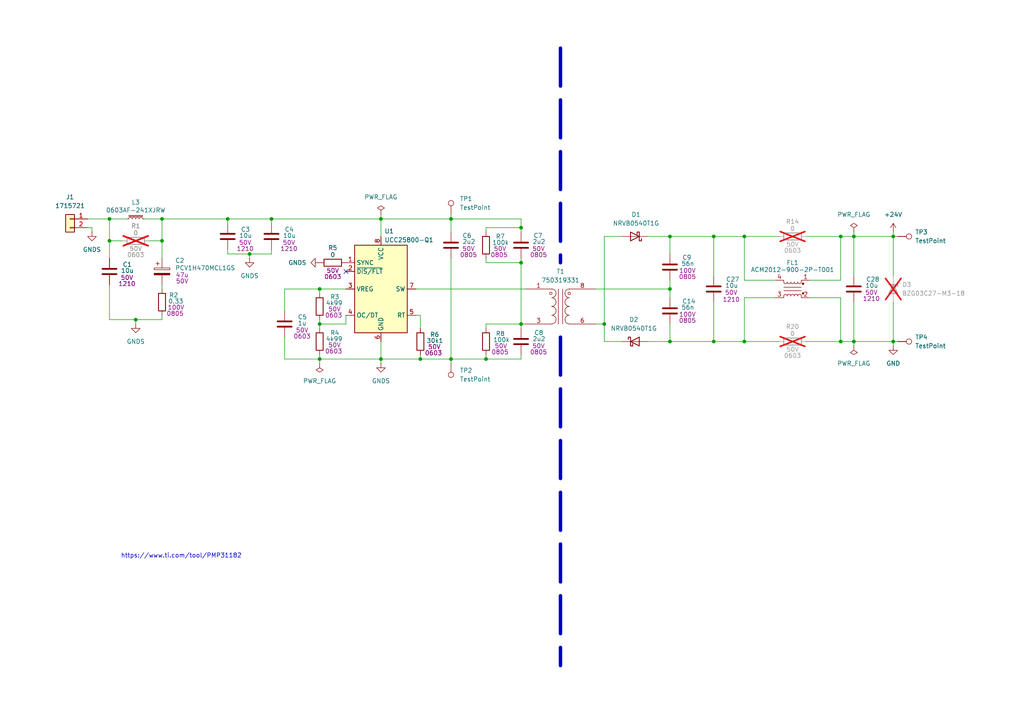
<source format=kicad_sch>
(kicad_sch (version 20231120) (generator "eeschema") (generator_version "8.0")
  (paper "A4")
  (lib_symbols
    (symbol "Connector:TestPoint" (pin_numbers hide) (pin_names (offset 0.762) hide)
      (property "Reference" "TP" (at 0 6.858 0))
      (property "Value" "TestPoint" (at 0 5.08 0))
      (symbol "TestPoint_0_1"
        (circle (center 0 3.302) (radius 0.762))
      )
      (symbol "TestPoint_1_1"
        (pin passive line (at 0 0 90) (length 2.54) (name "1") (number "1"))
      )
    )
    (symbol "Connector_Generic:Conn_01x02" (pin_names (offset 1.016) hide)
      (property "Reference" "J" (at 0 2.54 0))
      (property "Value" "Conn_01x02" (at 0 -5.08 0))
      (symbol "Conn_01x02_1_1"
        (rectangle (start -1.27 -2.413) (end 0 -2.667) (stroke (width 0.1524)))
        (rectangle (start -1.27 0.127) (end 0 -0.127) (stroke (width 0.1524)))
        (rectangle (start -1.27 1.27) (end 1.27 -3.81) (stroke (width 0.254)) (fill (type background)))
        (pin passive line (at -5.08 0 0) (length 3.81) (name "Pin_1") (number "1"))
        (pin passive line (at -5.08 -2.54 0) (length 3.81) (name "Pin_2") (number "2"))
      )
    )
    (symbol "Device:C" (pin_numbers hide) (pin_names (offset 0.254))
      (property "Reference" "C" (at 0.635 2.54 0))
      (property "Value" "C" (at 0.635 -2.54 0))
      (symbol "C_0_1"
        (polyline (pts (xy -2.032 -0.762) (xy 2.032 -0.762)) (stroke (width 0.508)))
        (polyline (pts (xy -2.032 0.762) (xy 2.032 0.762)) (stroke (width 0.508)))
      )
      (symbol "C_1_1"
        (pin passive line (at 0 3.81 270) (length 2.794) (name "~") (number "1"))
        (pin passive line (at 0 -3.81 90) (length 2.794) (name "~") (number "2"))
      )
    )
    (symbol "Device:C_Polarized" (pin_numbers hide) (pin_names (offset 0.254))
      (property "Reference" "C" (at 0.635 2.54 0))
      (property "Value" "C_Polarized" (at 0.635 -2.54 0))
      (symbol "C_Polarized_0_1"
        (rectangle (start -2.286 0.508) (end 2.286 1.016))
        (polyline (pts (xy -1.778 2.286) (xy -0.762 2.286)))
        (polyline (pts (xy -1.27 2.794) (xy -1.27 1.778)))
        (rectangle (start 2.286 -0.508) (end -2.286 -1.016) (fill (type outline)))
      )
      (symbol "C_Polarized_1_1"
        (pin passive line (at 0 3.81 270) (length 2.794) (name "~") (number "1"))
        (pin passive line (at 0 -3.81 90) (length 2.794) (name "~") (number "2"))
      )
    )
    (symbol "Device:D_Schottky" (pin_numbers hide) (pin_names (offset 1.016) hide)
      (property "Reference" "D" (at 0 2.54 0))
      (property "Value" "D_Schottky" (at 0 -2.54 0))
      (symbol "D_Schottky_0_1"
        (polyline (pts (xy 1.27 0) (xy -1.27 0)))
        (polyline (pts (xy 1.27 1.27) (xy 1.27 -1.27) (xy -1.27 0) (xy 1.27 1.27)) (stroke (width 0.254)))
        (polyline (pts (xy -1.905 0.635) (xy -1.905 1.27) (xy -1.27 1.27) (xy -1.27 -1.27) (xy -0.635 -1.27) (xy -0.635 -0.635)) (stroke (width 0.254)))
      )
      (symbol "D_Schottky_1_1"
        (pin passive line (at -3.81 0 0) (length 2.54) (name "K") (number "1"))
        (pin passive line (at 3.81 0 180) (length 2.54) (name "A") (number "2"))
      )
    )
    (symbol "Device:D_Zener" (pin_numbers hide) (pin_names (offset 1.016) hide)
      (property "Reference" "D" (at 0 2.54 0))
      (property "Value" "D_Zener" (at 0 -2.54 0))
      (symbol "D_Zener_0_1"
        (polyline (pts (xy 1.27 0) (xy -1.27 0)))
        (polyline (pts (xy -1.27 -1.27) (xy -1.27 1.27) (xy -0.762 1.27)) (stroke (width 0.254)))
        (polyline (pts (xy 1.27 -1.27) (xy 1.27 1.27) (xy -1.27 0) (xy 1.27 -1.27)) (stroke (width 0.254)))
      )
      (symbol "D_Zener_1_1"
        (pin passive line (at -3.81 0 0) (length 2.54) (name "K") (number "1"))
        (pin passive line (at 3.81 0 180) (length 2.54) (name "A") (number "2"))
      )
    )
    (symbol "Device:L_Iron_Small" (pin_numbers hide) (pin_names (offset 0.254) hide)
      (property "Reference" "L" (at 1.27 1.016 0))
      (property "Value" "L_Iron_Small" (at 1.27 -1.27 0))
      (symbol "L_Iron_Small_0_1"
        (arc (start 0 -2.032) (mid 0.5058 -1.524) (end 0 -1.016))
        (arc (start 0 -1.016) (mid 0.5058 -0.508) (end 0 0))
        (polyline (pts (xy 0.762 2.032) (xy 0.762 -2.032)))
        (polyline (pts (xy 1.016 -2.032) (xy 1.016 2.032)))
        (arc (start 0 0) (mid 0.5058 0.508) (end 0 1.016))
        (arc (start 0 1.016) (mid 0.5058 1.524) (end 0 2.032))
      )
      (symbol "L_Iron_Small_1_1"
        (pin passive line (at 0 2.54 270) (length 0.508) (name "~") (number "1"))
        (pin passive line (at 0 -2.54 90) (length 0.508) (name "~") (number "2"))
      )
    )
    (symbol "Device:R" (pin_numbers hide) (pin_names (offset 0))
      (property "Reference" "R" (at 2.032 0 90))
      (property "Value" "R" (at 0 0 90))
      (symbol "R_0_1"
        (rectangle (start -1.016 -2.54) (end 1.016 2.54) (stroke (width 0.254)))
      )
      (symbol "R_1_1"
        (pin passive line (at 0 3.81 270) (length 1.27) (name "~") (number "1"))
        (pin passive line (at 0 -3.81 90) (length 1.27) (name "~") (number "2"))
      )
    )
    (symbol "Filter:Choke_CommonMode_PulseElectronics_PH9455x105NL" (pin_names hide)
      (property "Reference" "FL" (at 0 5.08 0))
      (property "Value" "Choke_CommonMode_PulseElectronics_PH9455x105NL" (at 0 -5.08 0))
      (symbol "Choke_CommonMode_PulseElectronics_PH9455x105NL_1_1"
        (circle (center -3.048 -1.27) (radius 0.254) (fill (type outline)))
        (circle (center -3.048 1.524) (radius 0.254) (fill (type outline)))
        (arc (start -2.54 2.032) (mid -2.032 1.5262) (end -1.524 2.032))
        (arc (start -1.524 -2.032) (mid -2.032 -1.5262) (end -2.54 -2.032))
        (arc (start -1.524 2.032) (mid -1.016 1.5262) (end -0.508 2.032))
        (arc (start -0.508 -2.032) (mid -1.016 -1.5262) (end -1.524 -2.032))
        (arc (start -0.508 2.032) (mid 0 1.5262) (end 0.508 2.032))
        (polyline (pts (xy -2.54 -2.032) (xy -2.54 -2.54)))
        (polyline (pts (xy -2.54 0.508) (xy 2.54 0.508)))
        (polyline (pts (xy -2.54 2.032) (xy -2.54 2.54)))
        (polyline (pts (xy 2.54 -2.032) (xy 2.54 -2.54)))
        (polyline (pts (xy 2.54 -0.508) (xy -2.54 -0.508)))
        (polyline (pts (xy 2.54 2.54) (xy 2.54 2.032)))
        (arc (start 0.508 -2.032) (mid 0 -1.5262) (end -0.508 -2.032))
        (arc (start 0.508 2.032) (mid 1.016 1.5262) (end 1.524 2.032))
        (arc (start 1.524 -2.032) (mid 1.016 -1.5262) (end 0.508 -2.032))
        (arc (start 1.524 2.032) (mid 2.032 1.5262) (end 2.54 2.032))
        (arc (start 2.54 -2.032) (mid 2.032 -1.5262) (end 1.524 -2.032))
        (pin passive line (at -5.08 2.54 0) (length 2.54) (name "1") (number "1"))
        (pin passive line (at -5.08 -2.54 0) (length 2.54) (name "2") (number "2"))
        (pin passive line (at 5.08 -2.54 180) (length 2.54) (name "3") (number "3"))
        (pin passive line (at 5.08 2.54 180) (length 2.54) (name "4") (number "4"))
      )
    )
    (symbol "Regulator_Controller:UCC25800"
      (property "Reference" "U" (at 6.35 13.335 0))
      (property "Value" "UCC25800" (at 10.16 -15.24 0))
      (symbol "UCC25800_0_1"
        (rectangle (start -7.62 12.7) (end 7.62 -12.7) (stroke (width 0.254)) (fill (type background)))
      )
      (symbol "UCC25800_1_1"
        (pin input line (at -10.16 7.62 0) (length 2.54) (name "SYNC") (number "1"))
        (pin bidirectional line (at -10.16 5.08 0) (length 2.54) (name "~{DIS/FLT}") (number "2"))
        (pin output line (at -10.16 0 0) (length 2.54) (name "VREG") (number "3"))
        (pin input line (at -10.16 -7.62 0) (length 2.54) (name "OC/DT") (number "4"))
        (pin passive line (at 10.16 -7.62 180) (length 2.54) (name "RT") (number "5"))
        (pin power_in line (at 0 -15.24 90) (length 2.54) (name "GND") (number "6"))
        (pin output line (at 10.16 0 180) (length 2.54) (name "SW") (number "7"))
        (pin power_in line (at 0 15.24 270) (length 2.54) (name "VCC") (number "8"))
        (pin passive line (at 0 -15.24 90) (length 2.54) hide (name "GND") (number "9"))
      )
    )
    (symbol "UCC25800:750319331" (pin_names (offset 1.016) hide)
      (property "Reference" "T" (at 0 6.35 0))
      (property "Value" "750319331" (at 0 -7.62 0))
      (symbol "750319331_0_1"
        (circle (center -2.794 3.81) (radius 0.3592))
        (arc (start -2.54 -5.0546) (mid -1.6599 -4.6901) (end -1.27 -3.81))
        (arc (start -2.54 -2.5146) (mid -1.6599 -2.1501) (end -1.27 -1.27))
        (arc (start -2.54 0.0254) (mid -1.6599 0.3899) (end -1.27 1.27))
        (arc (start -2.54 2.5654) (mid -1.6599 2.9299) (end -1.27 3.81))
        (arc (start -1.27 -3.81) (mid -1.642 -2.912) (end -2.54 -2.54))
        (arc (start -1.27 -1.27) (mid -1.642 -0.372) (end -2.54 0))
        (arc (start -1.27 1.27) (mid -1.642 2.168) (end -2.54 2.54))
        (arc (start -1.27 3.81) (mid -1.642 4.708) (end -2.54 5.08))
        (polyline (pts (xy -0.635 5.08) (xy -0.635 -5.08)))
        (polyline (pts (xy 0.635 -5.08) (xy 0.635 5.08)))
        (arc (start 1.2954 -1.27) (mid 1.6599 -2.1501) (end 2.54 -2.5146))
        (arc (start 1.2954 1.27) (mid 1.6599 0.3899) (end 2.54 0.0254))
        (arc (start 1.2954 3.81) (mid 1.6599 2.9299) (end 2.54 2.5654))
        (arc (start 1.3208 -3.81) (mid 1.6853 -4.6901) (end 2.5654 -5.0546))
        (arc (start 2.54 0) (mid 1.642 -0.372) (end 1.2954 -1.27))
        (arc (start 2.54 2.54) (mid 1.642 2.168) (end 1.2954 1.27))
        (circle (center 2.54 3.81) (radius 0.3592))
        (arc (start 2.54 5.08) (mid 1.642 4.708) (end 1.2954 3.81))
        (arc (start 2.5654 -2.54) (mid 1.6674 -2.912) (end 1.3208 -3.81))
      )
      (symbol "750319331_1_1"
        (pin passive line (at -10.16 5.08 0) (length 7.62) (name "AA") (number "1"))
        (pin no_connect non_logic (at -7.62 1.27 0) (length 2.54) hide (name "") (number "2"))
        (pin passive line (at -10.16 -5.08 0) (length 7.62) (name "AB") (number "3"))
        (pin no_connect non_logic (at -7.62 -2.54 0) (length 2.54) hide (name "") (number "4"))
        (pin no_connect non_logic (at 6.35 1.27 180) (length 2.54) hide (name "") (number "5"))
        (pin passive line (at 10.16 -5.08 180) (length 7.62) (name "SA") (number "6"))
        (pin no_connect non_logic (at 6.35 -2.54 180) (length 2.54) hide (name "") (number "7"))
        (pin passive line (at 10.16 5.08 180) (length 7.62) (name "SB") (number "8"))
      )
    )
    (symbol "power:+24V" (power) (pin_numbers hide) (pin_names (offset 0) hide)
      (property "Value" "+24V" (at 0 3.556 0))
      (symbol "+24V_0_1"
        (polyline (pts (xy -0.762 1.27) (xy 0 2.54)))
        (polyline (pts (xy 0 0) (xy 0 2.54)))
        (polyline (pts (xy 0 2.54) (xy 0.762 1.27)))
      )
      (symbol "+24V_1_1"
        (pin power_in line (at 0 0 90) (length 0) (name "~") (number "1"))
      )
    )
    (symbol "power:GND" (power) (pin_numbers hide) (pin_names (offset 0) hide)
      (property "Value" "GND" (at 0 -3.81 0))
      (symbol "GND_0_1"
        (polyline (pts (xy 0 0) (xy 0 -1.27) (xy 1.27 -1.27) (xy 0 -2.54) (xy -1.27 -1.27) (xy 0 -1.27)))
      )
      (symbol "GND_1_1"
        (pin power_in line (at 0 0 270) (length 0) (name "~") (number "1"))
      )
    )
    (symbol "power:GNDS" (power) (pin_numbers hide) (pin_names (offset 0) hide)
      (property "Value" "GNDS" (at 0 -3.81 0))
      (symbol "GNDS_0_1"
        (polyline (pts (xy 0 0) (xy 0 -1.27) (xy 1.27 -1.27) (xy 0 -2.54) (xy -1.27 -1.27) (xy 0 -1.27)))
      )
      (symbol "GNDS_1_1"
        (pin power_in line (at 0 0 270) (length 0) (name "~") (number "1"))
      )
    )
    (symbol "power:PWR_FLAG" (power) (pin_numbers hide) (pin_names (offset 0) hide)
      (property "Value" "PWR_FLAG" (at 0 3.81 0))
      (symbol "PWR_FLAG_0_0"
        (pin power_out line (at 0 0 90) (length 0) (name "~") (number "1"))
      )
      (symbol "PWR_FLAG_0_1"
        (polyline (pts (xy 0 0) (xy 0 1.27) (xy -1.016 1.905) (xy 0 2.54) (xy 1.016 1.905) (xy 0 1.27)))
      )
    )
  )
  (junction (at 39.37 92.71))
  (junction (at 110.49 63.5))
  (junction (at 175.26 93.98))
  (junction (at 130.81 63.5))
  (junction (at 31.75 69.85))
  (junction (at 207.01 68.58))
  (junction (at 259.08 99.06))
  (junction (at 151.13 66.04))
  (junction (at 72.39 73.66))
  (junction (at 78.74 63.5))
  (junction (at 92.71 83.82))
  (junction (at 66.04 63.5))
  (junction (at 259.08 68.58))
  (junction (at 247.65 68.58))
  (junction (at 121.92 104.14))
  (junction (at 215.9 99.06))
  (junction (at 215.9 68.58))
  (junction (at 46.99 63.5))
  (junction (at 110.49 104.14))
  (junction (at 130.81 104.14))
  (junction (at 194.31 99.06))
  (junction (at 151.13 93.98))
  (junction (at 151.13 76.2))
  (junction (at 140.97 104.14))
  (junction (at 46.99 69.85))
  (junction (at 92.71 93.98))
  (junction (at 92.71 104.14))
  (junction (at 207.01 99.06))
  (junction (at 194.31 83.82))
  (junction (at 31.75 63.5))
  (junction (at 194.31 68.58))
  (junction (at 243.84 99.06))
  (junction (at 243.84 68.58))
  (junction (at 247.65 99.06))
  (no_connect (at 100.33 78.74))
  (wire (pts (xy 46.99 63.5) (xy 66.04 63.5)))
  (wire (pts (xy 215.9 68.58) (xy 226.06 68.58)))
  (wire (pts (xy 215.9 99.06) (xy 207.01 99.06)))
  (wire (pts (xy 194.31 93.98) (xy 194.31 99.06)))
  (wire (pts (xy 26.67 66.04) (xy 25.4 66.04)))
  (wire (pts (xy 194.31 68.58) (xy 207.01 68.58)))
  (wire (pts (xy 151.13 104.14) (xy 151.13 102.87)))
  (wire (pts (xy 110.49 62.23) (xy 110.49 63.5)))
  (wire (pts (xy 247.65 68.58) (xy 247.65 80.01)))
  (wire (pts (xy 130.81 74.93) (xy 130.81 104.14)))
  (wire (pts (xy 233.68 99.06) (xy 243.84 99.06)))
  (wire (pts (xy 243.84 99.06) (xy 247.65 99.06)))
  (wire (pts (xy 243.84 86.36) (xy 243.84 99.06)))
  (wire (pts (xy 247.65 67.31) (xy 247.65 68.58)))
  (wire (pts (xy 110.49 99.06) (xy 110.49 104.14)))
  (wire (pts (xy 92.71 102.87) (xy 92.71 104.14)))
  (wire (pts (xy 31.75 69.85) (xy 31.75 63.5)))
  (wire (pts (xy 215.9 86.36) (xy 215.9 99.06)))
  (wire (pts (xy 140.97 67.31) (xy 140.97 66.04)))
  (wire (pts (xy 92.71 104.14) (xy 92.71 105.41)))
  (wire (pts (xy 151.13 76.2) (xy 151.13 93.98)))
  (wire (pts (xy 31.75 63.5) (xy 36.83 63.5)))
  (wire (pts (xy 194.31 86.36) (xy 194.31 83.82)))
  (wire (pts (xy 207.01 68.58) (xy 207.01 80.01)))
  (wire (pts (xy 39.37 92.71) (xy 39.37 93.98)))
  (wire (pts (xy 46.99 63.5) (xy 46.99 69.85)))
  (wire (pts (xy 151.13 93.98) (xy 151.13 95.25)))
  (wire (pts (xy 175.26 99.06) (xy 180.34 99.06)))
  (wire (pts (xy 194.31 68.58) (xy 187.96 68.58)))
  (polyline (pts (xy 162.56 97.79) (xy 162.56 193.04)) (stroke (width 1) (type dash)))
  (wire (pts (xy 215.9 81.28) (xy 215.9 68.58)))
  (wire (pts (xy 207.01 87.63) (xy 207.01 99.06)))
  (wire (pts (xy 100.33 91.44) (xy 100.33 93.98)))
  (wire (pts (xy 259.08 67.31) (xy 259.08 68.58)))
  (wire (pts (xy 66.04 73.66) (xy 72.39 73.66)))
  (wire (pts (xy 259.08 68.58) (xy 260.35 68.58)))
  (wire (pts (xy 78.74 64.77) (xy 78.74 63.5)))
  (wire (pts (xy 46.99 69.85) (xy 43.18 69.85)))
  (wire (pts (xy 130.81 62.23) (xy 130.81 63.5)))
  (wire (pts (xy 130.81 63.5) (xy 130.81 67.31)))
  (wire (pts (xy 140.97 74.93) (xy 140.97 76.2)))
  (wire (pts (xy 82.55 97.79) (xy 82.55 104.14)))
  (wire (pts (xy 175.26 68.58) (xy 180.34 68.58)))
  (wire (pts (xy 41.91 63.5) (xy 46.99 63.5)))
  (wire (pts (xy 247.65 99.06) (xy 247.65 100.33)))
  (wire (pts (xy 120.65 91.44) (xy 121.92 91.44)))
  (wire (pts (xy 120.65 83.82) (xy 152.4 83.82)))
  (wire (pts (xy 92.71 83.82) (xy 100.33 83.82)))
  (wire (pts (xy 92.71 93.98) (xy 100.33 93.98)))
  (wire (pts (xy 25.4 63.5) (xy 31.75 63.5)))
  (wire (pts (xy 46.99 82.55) (xy 46.99 83.82)))
  (wire (pts (xy 66.04 72.39) (xy 66.04 73.66)))
  (wire (pts (xy 234.95 86.36) (xy 243.84 86.36)))
  (wire (pts (xy 175.26 93.98) (xy 175.26 68.58)))
  (wire (pts (xy 31.75 82.55) (xy 31.75 92.71)))
  (wire (pts (xy 194.31 99.06) (xy 187.96 99.06)))
  (wire (pts (xy 110.49 104.14) (xy 110.49 105.41)))
  (wire (pts (xy 172.72 83.82) (xy 194.31 83.82)))
  (wire (pts (xy 140.97 76.2) (xy 151.13 76.2)))
  (wire (pts (xy 151.13 93.98) (xy 152.4 93.98)))
  (wire (pts (xy 140.97 102.87) (xy 140.97 104.14)))
  (wire (pts (xy 259.08 68.58) (xy 259.08 80.01)))
  (wire (pts (xy 151.13 66.04) (xy 151.13 63.5)))
  (wire (pts (xy 130.81 104.14) (xy 130.81 105.41)))
  (wire (pts (xy 82.55 104.14) (xy 92.71 104.14)))
  (wire (pts (xy 66.04 63.5) (xy 78.74 63.5)))
  (wire (pts (xy 247.65 87.63) (xy 247.65 99.06)))
  (wire (pts (xy 35.56 69.85) (xy 31.75 69.85)))
  (wire (pts (xy 92.71 85.09) (xy 92.71 83.82)))
  (wire (pts (xy 46.99 92.71) (xy 46.99 91.44)))
  (wire (pts (xy 140.97 104.14) (xy 151.13 104.14)))
  (wire (pts (xy 92.71 93.98) (xy 92.71 95.25)))
  (wire (pts (xy 151.13 67.31) (xy 151.13 66.04)))
  (wire (pts (xy 259.08 87.63) (xy 259.08 99.06)))
  (wire (pts (xy 247.65 68.58) (xy 259.08 68.58)))
  (wire (pts (xy 140.97 95.25) (xy 140.97 93.98)))
  (wire (pts (xy 92.71 83.82) (xy 82.55 83.82)))
  (wire (pts (xy 82.55 83.82) (xy 82.55 90.17)))
  (wire (pts (xy 151.13 74.93) (xy 151.13 76.2)))
  (wire (pts (xy 243.84 68.58) (xy 243.84 81.28)))
  (wire (pts (xy 72.39 73.66) (xy 78.74 73.66)))
  (wire (pts (xy 224.79 86.36) (xy 215.9 86.36)))
  (wire (pts (xy 215.9 68.58) (xy 207.01 68.58)))
  (wire (pts (xy 78.74 63.5) (xy 110.49 63.5)))
  (wire (pts (xy 78.74 73.66) (xy 78.74 72.39)))
  (wire (pts (xy 26.67 67.31) (xy 26.67 66.04)))
  (wire (pts (xy 259.08 99.06) (xy 260.35 99.06)))
  (wire (pts (xy 121.92 104.14) (xy 130.81 104.14)))
  (wire (pts (xy 233.68 68.58) (xy 243.84 68.58)))
  (wire (pts (xy 243.84 68.58) (xy 247.65 68.58)))
  (wire (pts (xy 130.81 63.5) (xy 151.13 63.5)))
  (wire (pts (xy 172.72 93.98) (xy 175.26 93.98)))
  (wire (pts (xy 140.97 66.04) (xy 151.13 66.04)))
  (wire (pts (xy 110.49 63.5) (xy 130.81 63.5)))
  (wire (pts (xy 121.92 91.44) (xy 121.92 95.25)))
  (wire (pts (xy 110.49 104.14) (xy 92.71 104.14)))
  (wire (pts (xy 194.31 68.58) (xy 194.31 73.66)))
  (wire (pts (xy 259.08 99.06) (xy 259.08 100.33)))
  (wire (pts (xy 194.31 81.28) (xy 194.31 83.82)))
  (wire (pts (xy 31.75 92.71) (xy 39.37 92.71)))
  (wire (pts (xy 234.95 81.28) (xy 243.84 81.28)))
  (wire (pts (xy 224.79 81.28) (xy 215.9 81.28)))
  (wire (pts (xy 247.65 99.06) (xy 259.08 99.06)))
  (wire (pts (xy 215.9 99.06) (xy 226.06 99.06)))
  (polyline (pts (xy 162.56 13.97) (xy 162.56 76.2)) (stroke (width 1) (type dash)))
  (wire (pts (xy 130.81 104.14) (xy 140.97 104.14)))
  (wire (pts (xy 121.92 104.14) (xy 110.49 104.14)))
  (wire (pts (xy 31.75 69.85) (xy 31.75 74.93)))
  (wire (pts (xy 110.49 68.58) (xy 110.49 63.5)))
  (wire (pts (xy 121.92 102.87) (xy 121.92 104.14)))
  (wire (pts (xy 39.37 92.71) (xy 46.99 92.71)))
  (wire (pts (xy 92.71 92.71) (xy 92.71 93.98)))
  (wire (pts (xy 72.39 73.66) (xy 72.39 74.93)))
  (wire (pts (xy 175.26 93.98) (xy 175.26 99.06)))
  (wire (pts (xy 66.04 63.5) (xy 66.04 64.77)))
  (wire (pts (xy 140.97 93.98) (xy 151.13 93.98)))
  (wire (pts (xy 207.01 99.06) (xy 194.31 99.06)))
  (wire (pts (xy 46.99 69.85) (xy 46.99 74.93)))
  (text "https://www.ti.com/tool/PMP31182" (at 52.578 161.29 0) (effects (font (size 1.27 1.27))))
  (symbol (lib_id "Device:C") (at 247.65 83.82 0) (unit 1)
    (property "Reference" "C28" (at 251.206 81.026 0) (effects (justify left)))
    (property "Value" "10u" (at 250.952 82.804 0) (effects (justify left)))
    (property "Footprint" "Capacitor_SMD:C_1210_3225Metric_Pad1.33x2.70mm_HandSolder" (effects (hide yes)))
    (property "Description" "Unpolarized capacitor" (effects (hide yes)))
    (property "Voltage" "50V" (at 252.73 84.836 0))
    (property "Package" "1210" (at 252.73 86.614 0))
  )
  (symbol (lib_id "power:PWR_FLAG") (at 247.65 67.31 0) (unit 1)
    (property "Reference" "#FLG05" (effects (hide yes)))
    (property "Value" "PWR_FLAG" (at 247.65 62.23 0))
    (property "Description" "Special symbol for telling ERC where power comes from" (effects (hide yes)))
  )
  (symbol (lib_id "Device:R") (at 96.52 76.2 90) (unit 1)
    (property "Reference" "R5" (at 96.52 71.882 90))
    (property "Value" "0" (at 96.52 73.914 90))
    (property "Footprint" "Resistor_SMD:R_0603_1608Metric_Pad0.98x0.95mm_HandSolder" (effects (hide yes)))
    (property "Description" "Resistor" (effects (hide yes)))
    (property "Voltage" "50V" (at 96.52 78.486 90))
    (property "Package" "0603" (at 96.52 80.264 90))
  )
  (symbol (lib_id "Connector:TestPoint") (at 260.35 99.06 270) (unit 1)
    (property "Reference" "TP4" (at 265.43 97.7899 90) (effects (justify left)))
    (property "Value" "TestPoint" (at 265.43 100.3299 90) (effects (justify left)))
    (property "Footprint" "TestPoint:TestPoint_Keystone_5005-5009_Compact" (effects (hide yes)))
    (property "Description" "test point" (effects (hide yes)))
  )
  (symbol (lib_id "Device:R") (at 92.71 99.06 0) (unit 1)
    (property "Reference" "R4" (at 95.758 96.52 0) (effects (justify left)))
    (property "Value" "4k99" (at 94.488 98.298 0) (effects (justify left)))
    (property "Footprint" "Resistor_SMD:R_0603_1608Metric_Pad0.98x0.95mm_HandSolder" (effects (hide yes)))
    (property "Description" "Resistor" (effects (hide yes)))
    (property "Voltage" "50V" (at 97.028 100.076 0))
    (property "Package" "0603" (at 96.774 101.854 0))
  )
  (symbol (lib_id "power:PWR_FLAG") (at 92.71 105.41 180) (unit 1)
    (property "Reference" "#FLG03" (effects (hide yes)))
    (property "Value" "PWR_FLAG" (at 92.71 110.49 0))
    (property "Description" "Special symbol for telling ERC where power comes from" (effects (hide yes)))
  )
  (symbol (lib_id "UCC25800:750319331") (at 162.56 88.9 0) (unit 1)
    (property "Reference" "T1" (at 162.5727 78.74 0))
    (property "Value" "750319331" (at 162.5727 81.28 0))
    (property "Footprint" "UCC25800:750319331" (effects (hide yes)))
    (property "Datasheet" "https://www.we-online.com/components/products/datasheet/750319331.pdf" (effects (hide yes)))
    (property "Description" "Transformer, single primary, single secondary" (effects (hide yes)))
  )
  (symbol (lib_id "power:GNDS") (at 92.71 76.2 270) (unit 1)
    (property "Reference" "#PWR04" (effects (hide yes)))
    (property "Value" "GNDS" (at 88.9 76.1999 90) (effects (justify right)))
    (property "Description" "Power symbol creates a global label with name \"GNDS\" , signal ground" (effects (hide yes)))
  )
  (symbol (lib_id "power:GNDS") (at 72.39 74.93 0) (unit 1)
    (property "Reference" "#PWR03" (effects (hide yes)))
    (property "Value" "GNDS" (at 72.39 80.01 0))
    (property "Description" "Power symbol creates a global label with name \"GNDS\" , signal ground" (effects (hide yes)))
  )
  (symbol (lib_id "Filter:Choke_CommonMode_PulseElectronics_PH9455x105NL") (at 229.87 83.82 0) (mirror y) (unit 1)
    (property "Reference" "FL1" (at 229.87 76.2 0))
    (property "Value" "ACM2012-900-2P-T001" (at 229.87 78.232 0))
    (property "Footprint" "UCC25800:ACM2012-900-2P-T001" (effects (hide yes)))
  )
  (symbol (lib_id "power:PWR_FLAG") (at 110.49 62.23 0) (unit 1)
    (property "Reference" "#FLG04" (effects (hide yes)))
    (property "Value" "PWR_FLAG" (at 110.49 57.15 0))
    (property "Description" "Special symbol for telling ERC where power comes from" (effects (hide yes)))
  )
  (symbol (lib_id "Device:C") (at 31.75 78.74 0) (unit 1)
    (property "Reference" "C1" (at 35.56 76.708 0) (effects (justify left)))
    (property "Value" "10u" (at 35.052 78.486 0) (effects (justify left)))
    (property "Footprint" "Capacitor_SMD:C_1210_3225Metric_Pad1.33x2.70mm_HandSolder" (effects (hide yes)))
    (property "Description" "Unpolarized capacitor" (effects (hide yes)))
    (property "Voltage" "50V" (at 36.83 80.518 0))
    (property "Package" "1210" (at 36.83 82.296 0))
  )
  (symbol (lib_id "Device:R") (at 92.71 88.9 0) (unit 1)
    (property "Reference" "R3" (at 95.758 86.106 0) (effects (justify left)))
    (property "Value" "4k99" (at 94.488 87.884 0) (effects (justify left)))
    (property "Footprint" "Resistor_SMD:R_0603_1608Metric_Pad0.98x0.95mm_HandSolder" (effects (hide yes)))
    (property "Description" "Resistor" (effects (hide yes)))
    (property "Voltage" "50V" (at 97.028 89.662 0))
    (property "Package" "0603" (at 96.774 91.44 0))
  )
  (symbol (lib_id "Device:R") (at 140.97 99.06 0) (unit 1)
    (property "Reference" "R8" (at 143.764 96.774 0) (effects (justify left)))
    (property "Value" "100k" (at 143.002 98.552 0) (effects (justify left)))
    (property "Footprint" "Resistor_SMD:R_0805_2012Metric_Pad1.20x1.40mm_HandSolder" (effects (hide yes)))
    (property "Description" "Resistor" (effects (hide yes)))
    (property "Voltage" "50V" (at 145.288 100.33 0))
    (property "Package" "0805" (at 145.034 102.108 0))
  )
  (symbol (lib_id "Device:C") (at 194.31 90.17 0) (unit 1)
    (property "Reference" "C14" (at 197.866 87.376 0) (effects (justify left)))
    (property "Value" "56n" (at 197.612 89.154 0) (effects (justify left)))
    (property "Footprint" "Capacitor_SMD:C_0805_2012Metric_Pad1.18x1.45mm_HandSolder" (effects (hide yes)))
    (property "Description" "Unpolarized capacitor" (effects (hide yes)))
    (property "Voltage" "100V" (at 199.39 91.186 0))
    (property "Package" "0805" (at 199.39 92.964 0))
  )
  (symbol (lib_id "Device:R") (at 121.92 99.06 0) (unit 1)
    (property "Reference" "R6" (at 124.714 97.028 0) (effects (justify left)))
    (property "Value" "30k1" (at 123.698 98.806 0) (effects (justify left)))
    (property "Footprint" "Resistor_SMD:R_0603_1608Metric_Pad0.98x0.95mm_HandSolder" (effects (hide yes)))
    (property "Description" "Resistor" (effects (hide yes)))
    (property "Voltage" "50V" (at 125.984 100.584 0))
    (property "Package" "0603" (at 125.73 102.362 0))
  )
  (symbol (lib_id "Device:R") (at 229.87 68.58 90) (unit 1) (dnp yes)
    (property "Reference" "R14" (at 229.87 64.262 90))
    (property "Value" "0" (at 229.87 66.294 90))
    (property "Footprint" "Resistor_SMD:R_0603_1608Metric_Pad0.98x0.95mm_HandSolder" (effects (hide yes)))
    (property "Description" "Resistor" (effects (hide yes)))
    (property "Voltage" "50V" (at 229.87 70.866 90))
    (property "Package" "0603" (at 229.87 72.644 90))
  )
  (symbol (lib_id "Device:C") (at 82.55 93.98 0) (unit 1)
    (property "Reference" "C5" (at 86.36 91.948 0) (effects (justify left)))
    (property "Value" "1u" (at 86.36 93.726 0) (effects (justify left)))
    (property "Footprint" "Capacitor_SMD:C_0603_1608Metric_Pad1.08x0.95mm_HandSolder" (effects (hide yes)))
    (property "Description" "Unpolarized capacitor" (effects (hide yes)))
    (property "Voltage" "50V" (at 87.63 95.758 0))
    (property "Package" "0603" (at 87.63 97.536 0))
  )
  (symbol (lib_id "Device:L_Iron_Small") (at 39.37 63.5 90) (unit 1)
    (property "Reference" "L3" (at 39.37 58.674 90))
    (property "Value" "0603AF-241XJRW" (at 39.37 60.96 90))
    (property "Footprint" "UCC25800:0603PS-SRF" (effects (hide yes)))
    (property "Description" "Inductor with iron core, small symbol" (effects (hide yes)))
  )
  (symbol (lib_id "Device:D_Schottky") (at 184.15 99.06 0) (unit 1)
    (property "Reference" "D2" (at 183.8325 92.71 0))
    (property "Value" "NRVB0540T1G" (at 183.8325 95.25 0))
    (property "Footprint" "Diode_SMD:D_SOD-123" (effects (hide yes)))
    (property "Description" "Schottky diode" (effects (hide yes)))
  )
  (symbol (lib_id "Connector:TestPoint") (at 260.35 68.58 270) (unit 1)
    (property "Reference" "TP3" (at 265.43 67.3099 90) (effects (justify left)))
    (property "Value" "TestPoint" (at 265.43 69.8499 90) (effects (justify left)))
    (property "Footprint" "TestPoint:TestPoint_Keystone_5005-5009_Compact" (effects (hide yes)))
    (property "Description" "test point" (effects (hide yes)))
  )
  (symbol (lib_id "Device:C") (at 130.81 71.12 0) (unit 1)
    (property "Reference" "C6" (at 134.112 68.326 0) (effects (justify left)))
    (property "Value" "2u2" (at 134.112 70.104 0) (effects (justify left)))
    (property "Footprint" "Capacitor_SMD:C_0805_2012Metric_Pad1.18x1.45mm_HandSolder" (effects (hide yes)))
    (property "Description" "Unpolarized capacitor" (effects (hide yes)))
    (property "Voltage" "50V" (at 135.89 72.136 0))
    (property "Package" "0805" (at 135.89 73.914 0))
  )
  (symbol (lib_id "Device:C") (at 194.31 77.47 0) (unit 1)
    (property "Reference" "C9" (at 197.866 74.676 0) (effects (justify left)))
    (property "Value" "56n" (at 197.612 76.454 0) (effects (justify left)))
    (property "Footprint" "Capacitor_SMD:C_0805_2012Metric_Pad1.18x1.45mm_HandSolder" (effects (hide yes)))
    (property "Description" "Unpolarized capacitor" (effects (hide yes)))
    (property "Voltage" "100V" (at 199.39 78.486 0))
    (property "Package" "0805" (at 199.39 80.264 0))
  )
  (symbol (lib_id "Device:C_Polarized") (at 46.99 78.74 0) (unit 1)
    (property "Reference" "C2" (at 50.8 75.5651 0) (effects (justify left)))
    (property "Value" "PCV1H470MCL1GS" (at 50.8 77.724 0) (effects (justify left)))
    (property "Footprint" "Capacitor_SMD:CP_Elec_10x10" (effects (hide yes)))
    (property "Description" "Polarized capacitor" (effects (hide yes)))
    (property "Voltage" "50V" (at 52.832 81.534 0))
    (property "Value1" "47u" (at 52.832 79.756 0))
  )
  (symbol (lib_id "power:GNDS") (at 110.49 105.41 0) (unit 1)
    (property "Reference" "#PWR05" (effects (hide yes)))
    (property "Value" "GNDS" (at 110.49 110.49 0))
    (property "Description" "Power symbol creates a global label with name \"GNDS\" , signal ground" (effects (hide yes)))
  )
  (symbol (lib_id "Connector:TestPoint") (at 130.81 105.41 180) (unit 1)
    (property "Reference" "TP2" (at 133.35 107.4419 0) (effects (justify right)))
    (property "Value" "TestPoint" (at 133.35 109.9819 0) (effects (justify right)))
    (property "Footprint" "TestPoint:TestPoint_Keystone_5005-5009_Compact" (effects (hide yes)))
    (property "Description" "test point" (effects (hide yes)))
  )
  (symbol (lib_id "Device:C") (at 207.01 83.82 0) (unit 1)
    (property "Reference" "C27" (at 210.566 81.026 0) (effects (justify left)))
    (property "Value" "10u" (at 210.312 82.804 0) (effects (justify left)))
    (property "Footprint" "Capacitor_SMD:C_1210_3225Metric_Pad1.33x2.70mm_HandSolder" (effects (hide yes)))
    (property "Description" "Unpolarized capacitor" (effects (hide yes)))
    (property "Voltage" "50V" (at 212.09 84.836 0))
    (property "Package" "1210" (at 212.09 86.868 0))
  )
  (symbol (lib_id "Device:D_Zener") (at 259.08 83.82 270) (unit 1) (dnp yes)
    (property "Reference" "D3" (at 261.62 82.5499 90) (effects (justify left)))
    (property "Value" "BZG03C27-M3-18" (at 261.62 85.0899 90) (effects (justify left)))
    (property "Footprint" "Diode_SMD:D_SMA" (effects (hide yes)))
    (property "Description" "Zener diode" (effects (hide yes)))
  )
  (symbol (lib_id "power:+24V") (at 259.08 67.31 0) (unit 1)
    (property "Reference" "#PWR06" (effects (hide yes)))
    (property "Value" "+24V" (at 259.08 62.23 0))
    (property "Description" "Power symbol creates a global label with name \"+24V\"" (effects (hide yes)))
  )
  (symbol (lib_id "Device:C") (at 66.04 68.58 0) (unit 1)
    (property "Reference" "C3" (at 69.85 66.548 0) (effects (justify left)))
    (property "Value" "10u" (at 69.342 68.326 0) (effects (justify left)))
    (property "Footprint" "Capacitor_SMD:C_1210_3225Metric_Pad1.33x2.70mm_HandSolder" (effects (hide yes)))
    (property "Description" "Unpolarized capacitor" (effects (hide yes)))
    (property "Voltage" "50V" (at 71.12 70.358 0))
    (property "Package" "1210" (at 71.12 72.136 0))
  )
  (symbol (lib_id "power:GNDS") (at 39.37 93.98 0) (unit 1)
    (property "Reference" "#PWR02" (effects (hide yes)))
    (property "Value" "GNDS" (at 39.37 99.06 0))
    (property "Description" "Power symbol creates a global label with name \"GNDS\" , signal ground" (effects (hide yes)))
  )
  (symbol (lib_id "power:GND") (at 259.08 100.33 0) (unit 1)
    (property "Reference" "#PWR014" (effects (hide yes)))
    (property "Value" "GND" (at 259.08 105.41 0))
    (property "Description" "Power symbol creates a global label with name \"GND\" , ground" (effects (hide yes)))
  )
  (symbol (lib_id "Device:R") (at 39.37 69.85 90) (unit 1) (dnp yes)
    (property "Reference" "R1" (at 39.37 65.532 90))
    (property "Value" "0" (at 39.37 67.564 90))
    (property "Footprint" "Resistor_SMD:R_0603_1608Metric_Pad0.98x0.95mm_HandSolder" (effects (hide yes)))
    (property "Description" "Resistor" (effects (hide yes)))
    (property "Voltage" "50V" (at 39.37 72.136 90))
    (property "Package" "0603" (at 39.37 73.914 90))
  )
  (symbol (lib_id "Device:R") (at 140.97 71.12 0) (unit 1)
    (property "Reference" "R7" (at 143.764 68.58 0) (effects (justify left)))
    (property "Value" "100k" (at 142.748 70.358 0) (effects (justify left)))
    (property "Footprint" "Resistor_SMD:R_0805_2012Metric_Pad1.20x1.40mm_HandSolder" (effects (hide yes)))
    (property "Description" "Resistor" (effects (hide yes)))
    (property "Voltage" "50V" (at 145.034 72.136 0))
    (property "Package" "0805" (at 144.78 73.914 0))
  )
  (symbol (lib_id "Connector_Generic:Conn_01x02") (at 20.32 63.5 0) (mirror y) (unit 1)
    (property "Reference" "J1" (at 20.32 57.15 0))
    (property "Value" "1715721" (at 20.32 59.69 0))
    (property "Footprint" "TerminalBlock_Phoenix:TerminalBlock_Phoenix_MKDS-1,5-2_1x02_P5.00mm_Horizontal" (effects (hide yes)))
    (property "Description" "Generic connector, single row, 01x02, script generated (kicad-library-utils/schlib/autogen/connector/)" (effects (hide yes)))
  )
  (symbol (lib_id "Device:D_Schottky") (at 184.15 68.58 180) (unit 1)
    (property "Reference" "D1" (at 184.4675 62.23 0))
    (property "Value" "NRVB0540T1G" (at 184.4675 64.77 0))
    (property "Footprint" "Diode_SMD:D_SOD-123" (effects (hide yes)))
    (property "Description" "Schottky diode" (effects (hide yes)))
  )
  (symbol (lib_id "power:PWR_FLAG") (at 247.65 100.33 180) (unit 1)
    (property "Reference" "#FLG06" (effects (hide yes)))
    (property "Value" "PWR_FLAG" (at 247.65 105.41 0))
    (property "Description" "Special symbol for telling ERC where power comes from" (effects (hide yes)))
  )
  (symbol (lib_id "Device:C") (at 151.13 71.12 0) (unit 1)
    (property "Reference" "C7" (at 154.686 68.326 0) (effects (justify left)))
    (property "Value" "2u2" (at 154.432 70.104 0) (effects (justify left)))
    (property "Footprint" "Capacitor_SMD:C_0805_2012Metric_Pad1.18x1.45mm_HandSolder" (effects (hide yes)))
    (property "Description" "Unpolarized capacitor" (effects (hide yes)))
    (property "Voltage" "50V" (at 156.21 72.136 0))
    (property "Package" "0805" (at 156.21 73.914 0))
  )
  (symbol (lib_id "power:GNDS") (at 26.67 67.31 0) (unit 1)
    (property "Reference" "#PWR01" (effects (hide yes)))
    (property "Value" "GNDS" (at 26.67 72.39 0))
    (property "Description" "Power symbol creates a global label with name \"GNDS\" , signal ground" (effects (hide yes)))
  )
  (symbol (lib_id "Regulator_Controller:UCC25800") (at 110.49 83.82 0) (unit 1)
    (property "Reference" "U1" (at 111.506 67.056 0) (effects (justify left)))
    (property "Value" "UCC25800-Q1" (at 111.506 69.596 0) (effects (justify left)))
    (property "Footprint" "Package_SO:HVSSOP-8-1EP_3x3mm_P0.65mm_EP1.57x1.89mm_ThermalVias" (effects (hide yes)))
    (property "Datasheet" "https://www.ti.com/lit/ds/symlink/ucc25800-q1.pdf" (effects (hide yes)))
    (property "Description" "Ultra-low EMI Transformer Driver for Isolated Bias Supplies, HVSSOP-8" (effects (hide yes)))
  )
  (symbol (lib_id "Device:R") (at 46.99 87.63 0) (unit 1)
    (property "Reference" "R2" (at 49.022 85.598 0) (effects (justify left)))
    (property "Value" "0.33" (at 48.768 87.376 0) (effects (justify left)))
    (property "Footprint" "Resistor_SMD:R_0805_2012Metric_Pad1.20x1.40mm_HandSolder" (effects (hide yes)))
    (property "Description" "Resistor" (effects (hide yes)))
    (property "Voltage" "100V" (at 51.054 89.154 0))
    (property "Package" "0805" (at 50.8 90.932 0))
  )
  (symbol (lib_id "Device:C") (at 78.74 68.58 0) (unit 1)
    (property "Reference" "C4" (at 82.55 66.548 0) (effects (justify left)))
    (property "Value" "10u" (at 82.042 68.326 0) (effects (justify left)))
    (property "Footprint" "Capacitor_SMD:C_1210_3225Metric_Pad1.33x2.70mm_HandSolder" (effects (hide yes)))
    (property "Description" "Unpolarized capacitor" (effects (hide yes)))
    (property "Voltage" "50V" (at 83.82 70.358 0))
    (property "Package" "1210" (at 83.82 72.136 0))
  )
  (symbol (lib_id "Device:C") (at 151.13 99.06 0) (unit 1)
    (property "Reference" "C8" (at 154.94 96.52 0) (effects (justify left)))
    (property "Value" "2u2" (at 154.432 98.2981 0) (effects (justify left)))
    (property "Footprint" "Capacitor_SMD:C_0805_2012Metric_Pad1.18x1.45mm_HandSolder" (effects (hide yes)))
    (property "Description" "Unpolarized capacitor" (effects (hide yes)))
    (property "Voltage" "50V" (at 156.21 100.33 0))
    (property "Package" "0805" (at 156.21 102.108 0))
  )
  (symbol (lib_id "Connector:TestPoint") (at 130.81 62.23 0) (unit 1)
    (property "Reference" "TP1" (at 133.35 57.6579 0) (effects (justify left)))
    (property "Value" "TestPoint" (at 133.35 60.1979 0) (effects (justify left)))
    (property "Footprint" "TestPoint:TestPoint_Keystone_5005-5009_Compact" (effects (hide yes)))
    (property "Description" "test point" (effects (hide yes)))
  )
  (symbol (lib_id "Device:R") (at 229.87 99.06 90) (unit 1) (dnp yes)
    (property "Reference" "R20" (at 229.87 94.742 90))
    (property "Value" "0" (at 229.87 96.774 90))
    (property "Footprint" "Resistor_SMD:R_0603_1608Metric_Pad0.98x0.95mm_HandSolder" (effects (hide yes)))
    (property "Description" "Resistor" (effects (hide yes)))
    (property "Voltage" "50V" (at 229.87 101.346 90))
    (property "Package" "0603" (at 229.87 103.124 90))
  )
)
</source>
